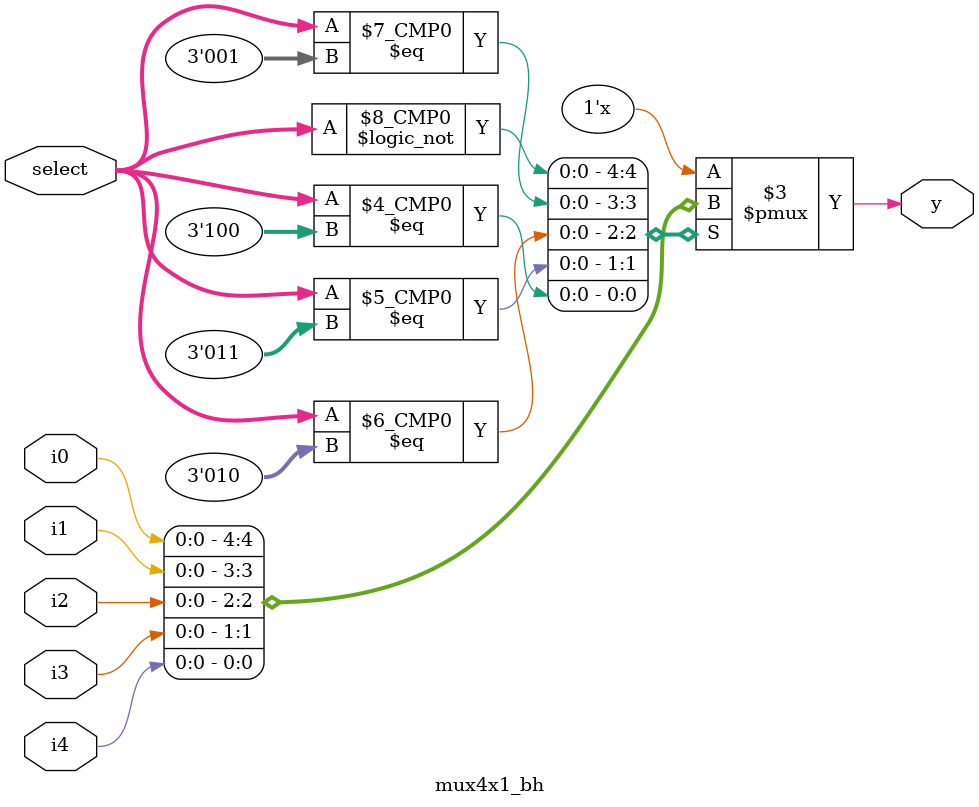
<source format=v>
module mux4x1_bh (i0,i1,i2,i3,i4,select,y);
 
  input i0,i1,i2,i3,i4;
 
  input [0:2] select;
   
output y;
   
reg y;
   
always @ (i0 or i1 or i2 or i3 or i4 or select) 
       
     case (select)
              
 3'b000: y = i0;
             
 3'b001: y = i1;
              
 3'b010: y = i2;
             
 3'b011: y = i3;
	       
3'b100: y = i4;
          
  endcase

endmodule



</source>
